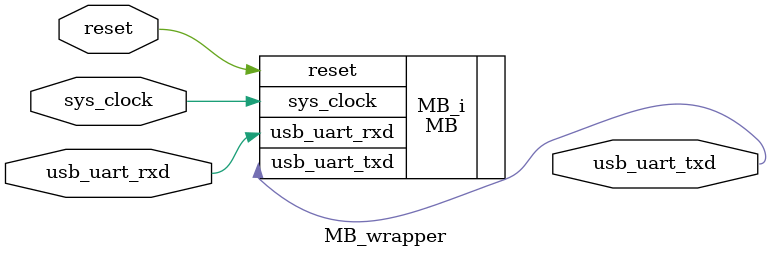
<source format=v>
`timescale 1 ps / 1 ps

module MB_wrapper
   (reset,
    sys_clock,
    usb_uart_rxd,
    usb_uart_txd);
  input reset;
  input sys_clock;
  input usb_uart_rxd;
  output usb_uart_txd;

  wire reset;
  wire sys_clock;
  wire usb_uart_rxd;
  wire usb_uart_txd;

  MB MB_i
       (.reset(reset),
        .sys_clock(sys_clock),
        .usb_uart_rxd(usb_uart_rxd),
        .usb_uart_txd(usb_uart_txd));
endmodule

</source>
